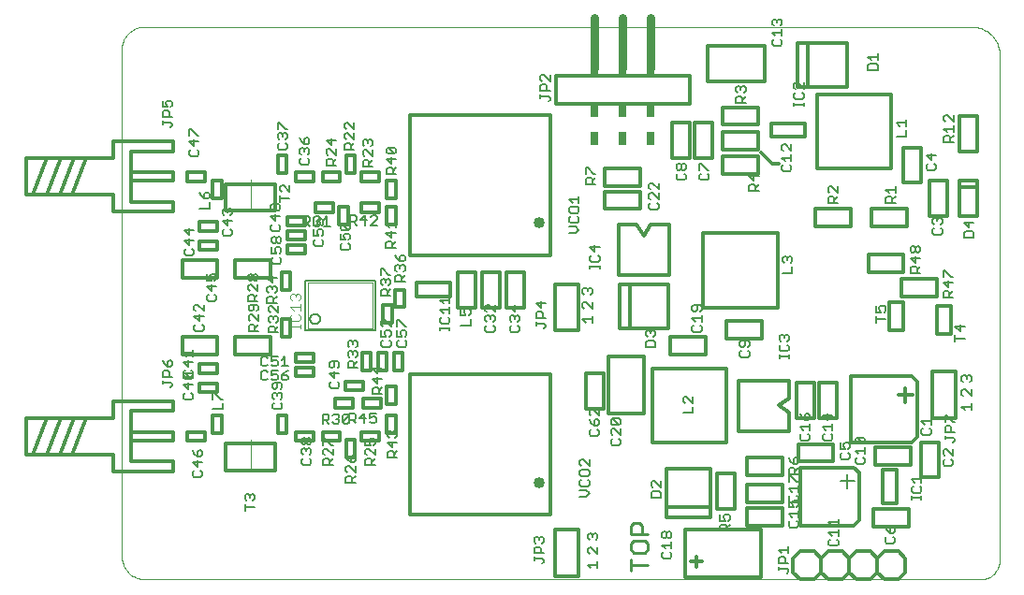
<source format=gto>
G75*
G70*
%OFA0B0*%
%FSLAX24Y24*%
%IPPOS*%
%LPD*%
%AMOC8*
5,1,8,0,0,1.08239X$1,22.5*
%
%ADD10C,0.0118*%
%ADD11C,0.0090*%
%ADD12C,0.0050*%
%ADD13C,0.0000*%
%ADD14C,0.0079*%
%ADD15R,0.0300X0.0500*%
%ADD16C,0.0300*%
%ADD17R,0.0300X0.0200*%
%ADD18C,0.0400*%
%ADD19C,0.0060*%
%ADD20C,0.0020*%
%ADD21C,0.0040*%
D10*
X003267Y004756D02*
X005417Y004756D01*
X005417Y005106D01*
X003917Y005106D01*
X003917Y005856D01*
X005417Y005856D01*
X005417Y006156D01*
X003917Y006156D01*
X003917Y006906D01*
X005417Y006906D01*
X005417Y007256D01*
X003267Y007256D01*
X003267Y006656D01*
X002317Y006656D01*
X001817Y005356D01*
X003267Y005356D01*
X003267Y004756D01*
X001817Y005356D02*
X001367Y005356D01*
X001867Y006656D01*
X001417Y006656D01*
X000917Y005356D01*
X001367Y005356D01*
X000917Y005356D02*
X000417Y005356D01*
X000917Y006656D01*
X001417Y006656D01*
X001867Y006656D02*
X002317Y006656D01*
X000917Y006656D02*
X000167Y006656D01*
X000167Y005356D01*
X000417Y005356D01*
X003917Y005856D02*
X003917Y006156D01*
X005914Y006164D02*
X005914Y005849D01*
X006544Y005849D01*
X006544Y006164D01*
X005914Y006164D01*
X006822Y006125D02*
X007137Y006125D01*
X007137Y006755D01*
X006822Y006755D01*
X006822Y006125D01*
X007281Y005750D02*
X007281Y004790D01*
X009052Y004790D01*
X009052Y005750D01*
X007281Y005750D01*
X009134Y006127D02*
X009449Y006127D01*
X009449Y006757D01*
X009134Y006757D01*
X009134Y006127D01*
X009789Y006164D02*
X009789Y005849D01*
X010419Y005849D01*
X010419Y006164D01*
X009789Y006164D01*
X010726Y006164D02*
X010726Y005849D01*
X011356Y005849D01*
X011356Y006164D01*
X010726Y006164D01*
X011572Y005883D02*
X011887Y005883D01*
X011887Y005253D01*
X011572Y005253D01*
X011572Y005883D01*
X012102Y005849D02*
X012102Y006164D01*
X012731Y006164D01*
X012731Y005849D01*
X012102Y005849D01*
X013009Y006127D02*
X013324Y006127D01*
X013324Y006757D01*
X013009Y006757D01*
X013009Y006127D01*
X012794Y007029D02*
X012164Y007029D01*
X012164Y007344D01*
X012794Y007344D01*
X012794Y007029D01*
X013009Y007166D02*
X013324Y007166D01*
X013324Y007796D01*
X013009Y007796D01*
X013009Y007166D01*
X012169Y007637D02*
X012169Y007951D01*
X011539Y007951D01*
X011539Y007637D01*
X012169Y007637D01*
X011794Y007344D02*
X011794Y007029D01*
X011164Y007029D01*
X011164Y007344D01*
X011794Y007344D01*
X010419Y008137D02*
X010419Y008451D01*
X009789Y008451D01*
X009789Y008137D01*
X010419Y008137D01*
X010419Y008637D02*
X009789Y008637D01*
X009789Y008951D01*
X010419Y008951D01*
X010419Y008637D01*
X009574Y009541D02*
X009259Y009541D01*
X009259Y010171D01*
X009574Y010171D01*
X009574Y009541D01*
X008859Y009546D02*
X008859Y008916D01*
X007599Y008916D01*
X007599Y009546D01*
X008859Y009546D01*
X006984Y009546D02*
X006984Y008916D01*
X005724Y008916D01*
X005724Y009546D01*
X006984Y009546D01*
X006981Y008576D02*
X006352Y008576D01*
X006352Y008261D01*
X006981Y008261D01*
X006981Y008576D01*
X006981Y007889D02*
X006352Y007889D01*
X006352Y007574D01*
X006981Y007574D01*
X006981Y007889D01*
X012134Y008354D02*
X012449Y008354D01*
X012449Y008984D01*
X012134Y008984D01*
X012134Y008354D01*
X012696Y008354D02*
X012696Y008984D01*
X013011Y008984D01*
X013011Y008354D01*
X012696Y008354D01*
X013259Y008354D02*
X013574Y008354D01*
X013574Y008984D01*
X013259Y008984D01*
X013259Y008354D01*
X013829Y008206D02*
X018829Y008206D01*
X018829Y003206D01*
X013829Y003206D01*
X013829Y008206D01*
X013199Y010041D02*
X012884Y010041D01*
X012884Y010671D01*
X013199Y010671D01*
X013199Y010041D01*
X013322Y010604D02*
X013637Y010604D01*
X013637Y011234D01*
X013322Y011234D01*
X013322Y010604D01*
X014067Y010991D02*
X014067Y011472D01*
X015267Y011472D01*
X015267Y010991D01*
X014067Y010991D01*
X015539Y010601D02*
X015539Y011861D01*
X016169Y011861D01*
X016169Y010601D01*
X015539Y010601D01*
X016414Y010601D02*
X016414Y011861D01*
X017044Y011861D01*
X017044Y010601D01*
X016414Y010601D01*
X017289Y010601D02*
X017289Y011861D01*
X017919Y011861D01*
X017919Y010601D01*
X017289Y010601D01*
X019003Y009779D02*
X019003Y011433D01*
X019830Y011433D01*
X019830Y009779D01*
X019003Y009779D01*
X020911Y008866D02*
X022171Y008866D01*
X022171Y006806D01*
X020911Y006806D01*
X020911Y007426D01*
X020911Y008276D01*
X020911Y008866D01*
X020731Y008237D02*
X020102Y008237D01*
X020102Y006977D01*
X020731Y006977D01*
X020731Y008237D01*
X022472Y008426D02*
X022472Y005788D01*
X025110Y005788D01*
X025110Y008426D01*
X022472Y008426D01*
X023099Y008916D02*
X023099Y009546D01*
X024359Y009546D01*
X024359Y008916D01*
X023099Y008916D01*
X023041Y009856D02*
X021291Y009856D01*
X021291Y011419D01*
X023041Y011419D01*
X023041Y009856D01*
X021667Y009856D02*
X021667Y011356D01*
X021281Y011739D02*
X023081Y011739D01*
X023081Y013539D01*
X022481Y013539D01*
X022416Y013544D02*
X022167Y013169D01*
X021916Y013544D01*
X021881Y013539D02*
X021281Y013539D01*
X021281Y011739D01*
X018829Y012457D02*
X018829Y017457D01*
X013829Y017457D01*
X013829Y012457D01*
X018829Y012457D01*
X020787Y014104D02*
X020787Y014734D01*
X022046Y014734D01*
X022046Y014104D01*
X020787Y014104D01*
X020787Y014916D02*
X020787Y015546D01*
X022046Y015546D01*
X022046Y014916D01*
X020787Y014916D01*
X023164Y015914D02*
X023794Y015914D01*
X023794Y017174D01*
X023164Y017174D01*
X023164Y015914D01*
X023976Y015914D02*
X024606Y015914D01*
X024606Y017174D01*
X023976Y017174D01*
X023976Y015914D01*
X024974Y015984D02*
X024974Y015354D01*
X026234Y015354D01*
X026234Y015984D01*
X024974Y015984D01*
X024974Y016229D02*
X024974Y016859D01*
X026234Y016859D01*
X026234Y016229D01*
X024974Y016229D01*
X024974Y017104D02*
X024974Y017734D01*
X026234Y017734D01*
X026234Y017104D01*
X024974Y017104D01*
X023791Y017857D02*
X023791Y018857D01*
X019042Y018857D01*
X019042Y017857D01*
X023791Y017857D01*
X024429Y018664D02*
X026489Y018664D01*
X026489Y019924D01*
X025899Y019924D01*
X025049Y019924D01*
X024429Y019924D01*
X024429Y018664D01*
X026691Y017159D02*
X027891Y017159D01*
X027891Y016679D01*
X026691Y016679D01*
X026691Y017159D01*
X026354Y016107D02*
X026729Y015731D01*
X026979Y015731D01*
X028348Y015537D02*
X030985Y015537D01*
X030985Y018175D01*
X028348Y018175D01*
X028348Y015537D01*
X028287Y014109D02*
X029546Y014109D01*
X029546Y013479D01*
X028287Y013479D01*
X028287Y014109D01*
X026923Y013238D02*
X024285Y013238D01*
X024285Y010600D01*
X026923Y010600D01*
X026923Y013238D01*
X030161Y012484D02*
X030161Y011854D01*
X031421Y011854D01*
X031421Y012484D01*
X030161Y012484D01*
X031349Y011609D02*
X031349Y010979D01*
X032609Y010979D01*
X032609Y011609D01*
X031349Y011609D01*
X031417Y010794D02*
X030917Y010794D01*
X030917Y009794D01*
X031417Y009794D01*
X031417Y010794D01*
X032604Y010669D02*
X032604Y009669D01*
X033104Y009669D01*
X033104Y010669D01*
X032604Y010669D01*
X032441Y008308D02*
X032441Y006655D01*
X033267Y006655D01*
X033267Y008308D01*
X032441Y008308D01*
X031910Y007966D02*
X031713Y008163D01*
X029548Y008163D01*
X029548Y005800D01*
X031713Y005800D01*
X031910Y005997D01*
X031910Y007966D01*
X031479Y007731D02*
X031479Y007231D01*
X031229Y007481D02*
X031729Y007481D01*
X029044Y007924D02*
X029044Y006664D01*
X028414Y006664D01*
X028414Y007924D01*
X029044Y007924D01*
X028231Y007924D02*
X027602Y007924D01*
X027602Y006664D01*
X028231Y006664D01*
X028231Y007924D01*
X027349Y007991D02*
X027349Y007391D01*
X027354Y007357D02*
X026979Y007106D01*
X027354Y006857D01*
X027349Y006791D02*
X027349Y006191D01*
X025549Y006191D01*
X025549Y007991D01*
X027349Y007991D01*
X026359Y009479D02*
X025099Y009479D01*
X025099Y010109D01*
X026359Y010109D01*
X026359Y009479D01*
X027661Y005734D02*
X028921Y005734D01*
X028921Y005104D01*
X027661Y005104D01*
X027661Y005734D01*
X027109Y005243D02*
X027109Y004613D01*
X025849Y004613D01*
X025849Y005243D01*
X027109Y005243D01*
X027748Y004900D02*
X027748Y002813D01*
X029638Y002813D01*
X029835Y003010D01*
X029835Y004703D01*
X029638Y004900D01*
X027748Y004900D01*
X027109Y004289D02*
X027109Y003659D01*
X025849Y003659D01*
X025849Y004289D01*
X027109Y004289D01*
X027109Y003454D02*
X025849Y003454D01*
X025849Y002824D01*
X027109Y002824D01*
X027109Y003454D01*
X026329Y002689D02*
X025689Y002689D01*
X024489Y002689D01*
X023629Y002689D01*
X023629Y000989D01*
X026329Y000989D01*
X026329Y002689D01*
X025419Y003414D02*
X024789Y003414D01*
X024789Y004674D01*
X025419Y004674D01*
X025419Y003414D01*
X024541Y003481D02*
X023041Y003481D01*
X022979Y003106D02*
X024541Y003106D01*
X024541Y004856D01*
X022979Y004856D01*
X022979Y003106D01*
X024041Y001731D02*
X024041Y001356D01*
X023854Y001544D02*
X024229Y001544D01*
X027479Y001667D02*
X027479Y001167D01*
X027729Y000917D01*
X028229Y000917D01*
X028479Y001167D01*
X028479Y001667D01*
X028229Y001917D01*
X027729Y001917D01*
X027479Y001667D01*
X028479Y001667D02*
X028729Y001917D01*
X029229Y001917D01*
X029479Y001667D01*
X029729Y001917D01*
X030229Y001917D01*
X030479Y001667D01*
X030729Y001917D01*
X031229Y001917D01*
X031479Y001667D01*
X031479Y001167D01*
X031229Y000917D01*
X030729Y000917D01*
X030479Y001167D01*
X030229Y000917D01*
X029729Y000917D01*
X029479Y001167D01*
X029479Y001667D01*
X029479Y001167D02*
X029229Y000917D01*
X028729Y000917D01*
X028479Y001167D01*
X030479Y001167D02*
X030479Y001667D01*
X030349Y002791D02*
X030349Y003421D01*
X031609Y003421D01*
X031609Y002791D01*
X030349Y002791D01*
X030676Y003631D02*
X031157Y003631D01*
X031157Y004831D01*
X030676Y004831D01*
X030676Y003631D01*
X032039Y004539D02*
X032669Y004539D01*
X032669Y005799D01*
X032039Y005799D01*
X032039Y004539D01*
X031671Y004979D02*
X030411Y004979D01*
X030411Y005609D01*
X031671Y005609D01*
X031671Y004979D01*
X019830Y002683D02*
X019830Y001029D01*
X019003Y001029D01*
X019003Y002683D01*
X019830Y002683D01*
X009574Y011229D02*
X009259Y011229D01*
X009259Y011859D01*
X009574Y011859D01*
X009574Y011229D01*
X008859Y011666D02*
X007599Y011666D01*
X007599Y012296D01*
X008859Y012296D01*
X008859Y011666D01*
X009476Y012511D02*
X009476Y012826D01*
X010106Y012826D01*
X010106Y012511D01*
X009476Y012511D01*
X009476Y013011D02*
X009476Y013326D01*
X010106Y013326D01*
X010106Y013011D01*
X009476Y013011D01*
X009476Y013511D02*
X009476Y013826D01*
X010106Y013826D01*
X010106Y013511D01*
X009476Y013511D01*
X010476Y013993D02*
X010476Y014308D01*
X011106Y014308D01*
X011106Y013993D01*
X010476Y013993D01*
X011322Y014171D02*
X011322Y013541D01*
X011637Y013541D01*
X011637Y014171D01*
X011322Y014171D01*
X012102Y014308D02*
X012102Y013993D01*
X012731Y013993D01*
X012731Y014308D01*
X012102Y014308D01*
X012102Y015099D02*
X012102Y015414D01*
X012731Y015414D01*
X012731Y015099D01*
X012102Y015099D01*
X011887Y015379D02*
X011572Y015379D01*
X011572Y016009D01*
X011887Y016009D01*
X011887Y015379D01*
X011356Y015414D02*
X011356Y015099D01*
X010726Y015099D01*
X010726Y015414D01*
X011356Y015414D01*
X010419Y015414D02*
X010419Y015099D01*
X009789Y015099D01*
X009789Y015414D01*
X010419Y015414D01*
X009449Y015379D02*
X009134Y015379D01*
X009134Y016009D01*
X009449Y016009D01*
X009449Y015379D01*
X009052Y015000D02*
X009052Y014040D01*
X007281Y014040D01*
X007281Y015000D01*
X009052Y015000D01*
X007137Y015132D02*
X007137Y014502D01*
X006822Y014502D01*
X006822Y015132D01*
X007137Y015132D01*
X006544Y015099D02*
X006544Y015414D01*
X005914Y015414D01*
X005914Y015099D01*
X006544Y015099D01*
X005417Y015106D02*
X005417Y015406D01*
X003917Y015406D01*
X003917Y016156D01*
X005417Y016156D01*
X005417Y016506D01*
X003267Y016506D01*
X003267Y015906D01*
X002317Y015906D01*
X001817Y014606D01*
X003267Y014606D01*
X003267Y014006D01*
X005417Y014006D01*
X005417Y014356D01*
X003917Y014356D01*
X003917Y015106D01*
X005417Y015106D01*
X003917Y015106D02*
X003917Y015406D01*
X002317Y015906D02*
X001867Y015906D01*
X001367Y014606D01*
X001817Y014606D01*
X001367Y014606D02*
X000917Y014606D01*
X001417Y015906D01*
X000917Y015906D01*
X000417Y014606D01*
X000917Y014606D01*
X000417Y014606D02*
X000167Y014606D01*
X000167Y015906D01*
X000917Y015906D01*
X001417Y015906D02*
X001867Y015906D01*
X006352Y013639D02*
X006352Y013324D01*
X006981Y013324D01*
X006981Y013639D01*
X006352Y013639D01*
X006352Y012951D02*
X006352Y012637D01*
X006981Y012637D01*
X006981Y012951D01*
X006352Y012951D01*
X005724Y012296D02*
X006984Y012296D01*
X006984Y011666D01*
X005724Y011666D01*
X005724Y012296D01*
X013009Y013541D02*
X013324Y013541D01*
X013324Y014171D01*
X013009Y014171D01*
X013009Y013541D01*
X013009Y014502D02*
X013324Y014502D01*
X013324Y015132D01*
X013009Y015132D01*
X013009Y014502D01*
X027646Y018465D02*
X029396Y018465D01*
X029396Y020028D01*
X027646Y020028D01*
X027646Y018465D01*
X028022Y018465D02*
X028022Y019965D01*
X033414Y017424D02*
X034044Y017424D01*
X034044Y016164D01*
X033414Y016164D01*
X033414Y017424D01*
X032044Y016299D02*
X031414Y016299D01*
X031414Y015039D01*
X032044Y015039D01*
X032044Y016299D01*
X032352Y015111D02*
X032981Y015111D01*
X032981Y013851D01*
X032352Y013851D01*
X032352Y015111D01*
X033404Y015121D02*
X034054Y015121D01*
X034054Y013842D01*
X033404Y013842D01*
X033404Y015121D01*
X033404Y014901D02*
X034054Y014901D01*
X031546Y014109D02*
X031546Y013479D01*
X030287Y013479D01*
X030287Y014109D01*
X031546Y014109D01*
D11*
X021999Y002932D02*
X022103Y002828D01*
X022103Y002519D01*
X022309Y002519D02*
X021690Y002519D01*
X021690Y002828D01*
X021793Y002932D01*
X021999Y002932D01*
X021793Y002279D02*
X021690Y002176D01*
X021690Y001970D01*
X021793Y001866D01*
X022206Y001866D01*
X022309Y001970D01*
X022309Y002176D01*
X022206Y002279D01*
X021793Y002279D01*
X021690Y001627D02*
X021690Y001214D01*
X021690Y001420D02*
X022309Y001420D01*
D12*
X022810Y001709D02*
X022810Y001824D01*
X022867Y001881D01*
X022925Y002014D02*
X022810Y002129D01*
X023154Y002129D01*
X023154Y002243D02*
X023154Y002014D01*
X023097Y001881D02*
X023154Y001824D01*
X023154Y001709D01*
X023097Y001652D01*
X022867Y001652D01*
X022810Y001709D01*
X022867Y002377D02*
X022925Y002377D01*
X022982Y002434D01*
X022982Y002549D01*
X023039Y002606D01*
X023097Y002606D01*
X023154Y002549D01*
X023154Y002434D01*
X023097Y002377D01*
X023039Y002377D01*
X022982Y002434D01*
X022982Y002549D02*
X022925Y002606D01*
X022867Y002606D01*
X022810Y002549D01*
X022810Y002434D01*
X022867Y002377D01*
X024888Y002637D02*
X024888Y002809D01*
X024945Y002866D01*
X025060Y002866D01*
X025117Y002809D01*
X025117Y002637D01*
X025232Y002637D02*
X024888Y002637D01*
X025117Y002752D02*
X025232Y002866D01*
X025174Y003000D02*
X025232Y003057D01*
X025232Y003172D01*
X025174Y003229D01*
X025060Y003229D01*
X025002Y003172D01*
X025002Y003114D01*
X025060Y003000D01*
X024888Y003000D01*
X024888Y003229D01*
X022767Y003818D02*
X022767Y003990D01*
X022709Y004048D01*
X022480Y004048D01*
X022423Y003990D01*
X022423Y003818D01*
X022767Y003818D01*
X022767Y004181D02*
X022537Y004410D01*
X022480Y004410D01*
X022423Y004353D01*
X022423Y004238D01*
X022480Y004181D01*
X022767Y004181D02*
X022767Y004410D01*
X021335Y005744D02*
X021278Y005686D01*
X021049Y005686D01*
X020991Y005744D01*
X020991Y005858D01*
X021049Y005916D01*
X021049Y006049D02*
X020991Y006106D01*
X020991Y006221D01*
X021049Y006278D01*
X021106Y006278D01*
X021335Y006049D01*
X021335Y006278D01*
X021278Y006411D02*
X021049Y006641D01*
X021278Y006641D01*
X021335Y006583D01*
X021335Y006469D01*
X021278Y006411D01*
X021049Y006411D01*
X020991Y006469D01*
X020991Y006583D01*
X021049Y006641D01*
X020570Y006553D02*
X020513Y006610D01*
X020456Y006610D01*
X020398Y006553D01*
X020398Y006381D01*
X020513Y006381D01*
X020570Y006438D01*
X020570Y006553D01*
X020570Y006744D02*
X020341Y006973D01*
X020284Y006973D01*
X020226Y006916D01*
X020226Y006801D01*
X020284Y006744D01*
X020226Y006610D02*
X020284Y006496D01*
X020398Y006381D01*
X020284Y006248D02*
X020226Y006191D01*
X020226Y006076D01*
X020284Y006019D01*
X020513Y006019D01*
X020570Y006076D01*
X020570Y006191D01*
X020513Y006248D01*
X020570Y006744D02*
X020570Y006973D01*
X021278Y005916D02*
X021335Y005858D01*
X021335Y005744D01*
X020229Y005185D02*
X020229Y004956D01*
X020000Y005185D01*
X019942Y005185D01*
X019885Y005128D01*
X019885Y005013D01*
X019942Y004956D01*
X019942Y004823D02*
X019885Y004766D01*
X019885Y004651D01*
X019942Y004594D01*
X020172Y004594D01*
X020229Y004651D01*
X020229Y004766D01*
X020172Y004823D01*
X019942Y004823D01*
X019942Y004460D02*
X019885Y004403D01*
X019885Y004288D01*
X019942Y004231D01*
X020172Y004231D01*
X020229Y004288D01*
X020229Y004403D01*
X020172Y004460D01*
X020114Y004098D02*
X019885Y004098D01*
X020114Y004098D02*
X020229Y003983D01*
X020114Y003869D01*
X019885Y003869D01*
X020230Y002548D02*
X020287Y002548D01*
X020344Y002491D01*
X020402Y002548D01*
X020459Y002548D01*
X020516Y002491D01*
X020516Y002376D01*
X020459Y002319D01*
X020344Y002434D02*
X020344Y002491D01*
X020230Y002548D02*
X020172Y002491D01*
X020172Y002376D01*
X020230Y002319D01*
X020230Y002048D02*
X020172Y001991D01*
X020172Y001876D01*
X020230Y001819D01*
X020230Y002048D02*
X020287Y002048D01*
X020516Y001819D01*
X020516Y002048D01*
X020516Y001548D02*
X020516Y001319D01*
X020516Y001434D02*
X020172Y001434D01*
X020287Y001319D01*
X018609Y001534D02*
X018609Y001591D01*
X018552Y001648D01*
X018265Y001648D01*
X018265Y001591D02*
X018265Y001706D01*
X018265Y001839D02*
X018265Y002011D01*
X018322Y002068D01*
X018437Y002068D01*
X018494Y002011D01*
X018494Y001839D01*
X018609Y001839D02*
X018265Y001839D01*
X018322Y002201D02*
X018265Y002259D01*
X018265Y002373D01*
X018322Y002431D01*
X018380Y002431D01*
X018437Y002373D01*
X018494Y002431D01*
X018552Y002431D01*
X018609Y002373D01*
X018609Y002259D01*
X018552Y002201D01*
X018437Y002316D02*
X018437Y002373D01*
X018609Y001534D02*
X018552Y001476D01*
X013379Y005243D02*
X013035Y005243D01*
X013035Y005415D01*
X013092Y005472D01*
X013207Y005472D01*
X013264Y005415D01*
X013264Y005243D01*
X013264Y005358D02*
X013379Y005472D01*
X013207Y005606D02*
X013207Y005835D01*
X013321Y005968D02*
X013379Y006025D01*
X013379Y006140D01*
X013321Y006197D01*
X013264Y006197D01*
X013207Y006140D01*
X013207Y006083D01*
X013207Y006140D02*
X013149Y006197D01*
X013092Y006197D01*
X013035Y006140D01*
X013035Y006025D01*
X013092Y005968D01*
X013035Y005777D02*
X013207Y005606D01*
X013379Y005777D02*
X013035Y005777D01*
X012595Y005757D02*
X012537Y005699D01*
X012595Y005757D02*
X012595Y005871D01*
X012537Y005929D01*
X012423Y005929D01*
X012365Y005871D01*
X012365Y005814D01*
X012423Y005699D01*
X012251Y005699D01*
X012251Y005929D01*
X012308Y005566D02*
X012251Y005509D01*
X012251Y005394D01*
X012308Y005337D01*
X012308Y005204D02*
X012423Y005204D01*
X012480Y005146D01*
X012480Y004975D01*
X012480Y005089D02*
X012595Y005204D01*
X012595Y005337D02*
X012365Y005566D01*
X012308Y005566D01*
X012595Y005566D02*
X012595Y005337D01*
X012308Y005204D02*
X012251Y005146D01*
X012251Y004975D01*
X012595Y004975D01*
X011895Y004947D02*
X011895Y004718D01*
X011665Y004947D01*
X011608Y004947D01*
X011551Y004890D01*
X011551Y004775D01*
X011608Y004718D01*
X011608Y004585D02*
X011723Y004585D01*
X011780Y004527D01*
X011780Y004355D01*
X011895Y004355D02*
X011551Y004355D01*
X011551Y004527D01*
X011608Y004585D01*
X011780Y004470D02*
X011895Y004585D01*
X011837Y005080D02*
X011895Y005138D01*
X011895Y005252D01*
X011837Y005309D01*
X011780Y005309D01*
X011723Y005252D01*
X011723Y005080D01*
X011837Y005080D01*
X011723Y005080D02*
X011608Y005195D01*
X011551Y005309D01*
X011094Y005337D02*
X010865Y005566D01*
X010808Y005566D01*
X010750Y005509D01*
X010750Y005394D01*
X010808Y005337D01*
X010808Y005204D02*
X010922Y005204D01*
X010980Y005146D01*
X010980Y004975D01*
X010980Y005089D02*
X011094Y005204D01*
X011094Y005337D02*
X011094Y005566D01*
X011094Y005699D02*
X011037Y005699D01*
X010808Y005929D01*
X010750Y005929D01*
X010750Y005699D01*
X010316Y005777D02*
X010259Y005720D01*
X010201Y005720D01*
X010144Y005777D01*
X010144Y005892D01*
X010201Y005949D01*
X010259Y005949D01*
X010316Y005892D01*
X010316Y005777D01*
X010144Y005777D02*
X010087Y005720D01*
X010029Y005720D01*
X009972Y005777D01*
X009972Y005892D01*
X010029Y005949D01*
X010087Y005949D01*
X010144Y005892D01*
X010087Y005586D02*
X010144Y005529D01*
X010201Y005586D01*
X010259Y005586D01*
X010316Y005529D01*
X010316Y005414D01*
X010259Y005357D01*
X010259Y005224D02*
X010316Y005167D01*
X010316Y005052D01*
X010259Y004995D01*
X010029Y004995D01*
X009972Y005052D01*
X009972Y005167D01*
X010029Y005224D01*
X010029Y005357D02*
X009972Y005414D01*
X009972Y005529D01*
X010029Y005586D01*
X010087Y005586D01*
X010144Y005529D02*
X010144Y005472D01*
X010750Y005146D02*
X010808Y005204D01*
X010750Y005146D02*
X010750Y004975D01*
X011094Y004975D01*
X011143Y006458D02*
X011086Y006515D01*
X011143Y006458D02*
X011258Y006458D01*
X011315Y006515D01*
X011315Y006573D01*
X011258Y006630D01*
X011200Y006630D01*
X011258Y006630D02*
X011315Y006687D01*
X011315Y006745D01*
X011258Y006802D01*
X011143Y006802D01*
X011086Y006745D01*
X010953Y006745D02*
X010953Y006630D01*
X010895Y006573D01*
X010723Y006573D01*
X010838Y006573D02*
X010953Y006458D01*
X010723Y006458D02*
X010723Y006802D01*
X010895Y006802D01*
X010953Y006745D01*
X011448Y006745D02*
X011448Y006515D01*
X011678Y006745D01*
X011678Y006515D01*
X011620Y006458D01*
X011506Y006458D01*
X011448Y006515D01*
X011448Y006745D02*
X011506Y006802D01*
X011620Y006802D01*
X011678Y006745D01*
X011686Y006819D02*
X011686Y006475D01*
X011686Y006590D02*
X011858Y006590D01*
X011915Y006647D01*
X011915Y006762D01*
X011858Y006819D01*
X011686Y006819D01*
X011801Y006590D02*
X011915Y006475D01*
X012048Y006647D02*
X012278Y006647D01*
X012411Y006647D02*
X012526Y006704D01*
X012583Y006704D01*
X012640Y006647D01*
X012640Y006532D01*
X012583Y006475D01*
X012468Y006475D01*
X012411Y006532D01*
X012411Y006647D02*
X012411Y006819D01*
X012640Y006819D01*
X012220Y006819D02*
X012220Y006475D01*
X012048Y006647D02*
X012220Y006819D01*
X012501Y007512D02*
X012501Y007684D01*
X012558Y007741D01*
X012673Y007741D01*
X012730Y007684D01*
X012730Y007512D01*
X012730Y007627D02*
X012845Y007741D01*
X012673Y007874D02*
X012673Y008104D01*
X012673Y008237D02*
X012673Y008466D01*
X012845Y008409D02*
X012501Y008409D01*
X012673Y008237D01*
X012845Y008046D02*
X012501Y008046D01*
X012673Y007874D01*
X012845Y007512D02*
X012501Y007512D01*
X011316Y007777D02*
X011316Y007892D01*
X011259Y007949D01*
X011144Y008082D02*
X011144Y008312D01*
X011087Y008445D02*
X011144Y008502D01*
X011144Y008674D01*
X011259Y008674D02*
X011029Y008674D01*
X010972Y008617D01*
X010972Y008502D01*
X011029Y008445D01*
X011087Y008445D01*
X011259Y008445D02*
X011316Y008502D01*
X011316Y008617D01*
X011259Y008674D01*
X011626Y008622D02*
X011626Y008450D01*
X011969Y008450D01*
X011855Y008450D02*
X011855Y008622D01*
X011798Y008679D01*
X011683Y008679D01*
X011626Y008622D01*
X011683Y008812D02*
X011626Y008870D01*
X011626Y008984D01*
X011683Y009041D01*
X011740Y009041D01*
X011798Y008984D01*
X011855Y009041D01*
X011912Y009041D01*
X011969Y008984D01*
X011969Y008870D01*
X011912Y008812D01*
X011969Y008679D02*
X011855Y008564D01*
X011798Y008927D02*
X011798Y008984D01*
X011912Y009175D02*
X011969Y009232D01*
X011969Y009347D01*
X011912Y009404D01*
X011855Y009404D01*
X011798Y009347D01*
X011798Y009289D01*
X011798Y009347D02*
X011740Y009404D01*
X011683Y009404D01*
X011626Y009347D01*
X011626Y009232D01*
X011683Y009175D01*
X012813Y009257D02*
X012870Y009199D01*
X013100Y009199D01*
X013157Y009257D01*
X013157Y009371D01*
X013100Y009429D01*
X013100Y009562D02*
X013157Y009619D01*
X013157Y009734D01*
X013100Y009791D01*
X012985Y009791D01*
X012928Y009734D01*
X012928Y009676D01*
X012985Y009562D01*
X012813Y009562D01*
X012813Y009791D01*
X012870Y009924D02*
X012813Y009982D01*
X012813Y010096D01*
X012870Y010154D01*
X012928Y010154D01*
X013157Y009924D01*
X013157Y010154D01*
X013376Y010154D02*
X013376Y009924D01*
X013376Y009791D02*
X013376Y009562D01*
X013548Y009562D01*
X013490Y009676D01*
X013490Y009734D01*
X013548Y009791D01*
X013662Y009791D01*
X013719Y009734D01*
X013719Y009619D01*
X013662Y009562D01*
X013662Y009429D02*
X013719Y009371D01*
X013719Y009257D01*
X013662Y009199D01*
X013433Y009199D01*
X013376Y009257D01*
X013376Y009371D01*
X013433Y009429D01*
X012870Y009429D02*
X012813Y009371D01*
X012813Y009257D01*
X013662Y009924D02*
X013719Y009924D01*
X013662Y009924D02*
X013433Y010154D01*
X013376Y010154D01*
X013145Y011018D02*
X012801Y011018D01*
X012801Y011190D01*
X012858Y011248D01*
X012973Y011248D01*
X013030Y011190D01*
X013030Y011018D01*
X013030Y011133D02*
X013145Y011248D01*
X013087Y011381D02*
X013145Y011438D01*
X013145Y011553D01*
X013087Y011610D01*
X013030Y011610D01*
X012973Y011553D01*
X012973Y011495D01*
X012973Y011553D02*
X012915Y011610D01*
X012858Y011610D01*
X012801Y011553D01*
X012801Y011438D01*
X012858Y011381D01*
X012801Y011743D02*
X012801Y011972D01*
X012858Y011972D01*
X013087Y011743D01*
X013145Y011743D01*
X013313Y011684D02*
X013313Y011512D01*
X013657Y011512D01*
X013543Y011512D02*
X013543Y011684D01*
X013485Y011741D01*
X013371Y011741D01*
X013313Y011684D01*
X013371Y011874D02*
X013313Y011932D01*
X013313Y012046D01*
X013371Y012104D01*
X013428Y012104D01*
X013485Y012046D01*
X013543Y012104D01*
X013600Y012104D01*
X013657Y012046D01*
X013657Y011932D01*
X013600Y011874D01*
X013657Y011741D02*
X013543Y011627D01*
X013485Y011989D02*
X013485Y012046D01*
X013485Y012237D02*
X013485Y012409D01*
X013543Y012466D01*
X013600Y012466D01*
X013657Y012409D01*
X013657Y012294D01*
X013600Y012237D01*
X013485Y012237D01*
X013371Y012352D01*
X013313Y012466D01*
X013332Y012714D02*
X012988Y012714D01*
X012988Y012886D01*
X013045Y012944D01*
X013160Y012944D01*
X013217Y012886D01*
X013217Y012714D01*
X013217Y012829D02*
X013332Y012944D01*
X013160Y013077D02*
X013160Y013306D01*
X013103Y013439D02*
X012988Y013554D01*
X013332Y013554D01*
X013332Y013439D02*
X013332Y013669D01*
X013332Y013249D02*
X012988Y013249D01*
X013160Y013077D01*
X012671Y013535D02*
X012442Y013535D01*
X012671Y013764D01*
X012671Y013822D01*
X012614Y013879D01*
X012499Y013879D01*
X012442Y013822D01*
X012309Y013707D02*
X012079Y013707D01*
X012251Y013879D01*
X012251Y013535D01*
X011946Y013535D02*
X011832Y013650D01*
X011889Y013650D02*
X011717Y013650D01*
X011650Y013598D02*
X011707Y013540D01*
X011707Y013426D01*
X011650Y013368D01*
X011421Y013598D01*
X011650Y013598D01*
X011717Y013535D02*
X011717Y013879D01*
X011889Y013879D01*
X011946Y013822D01*
X011946Y013707D01*
X011889Y013650D01*
X011650Y013368D02*
X011421Y013368D01*
X011363Y013426D01*
X011363Y013540D01*
X011421Y013598D01*
X010995Y013501D02*
X010766Y013501D01*
X010753Y013564D02*
X010696Y013507D01*
X010753Y013564D02*
X010753Y013679D01*
X010696Y013736D01*
X010581Y013736D01*
X010524Y013679D01*
X010524Y013622D01*
X010581Y013507D01*
X010409Y013507D01*
X010409Y013736D01*
X010404Y013788D02*
X010461Y013845D01*
X010575Y013845D01*
X010633Y013788D01*
X010633Y013731D01*
X010575Y013673D01*
X010633Y013616D01*
X010633Y013559D01*
X010575Y013501D01*
X010461Y013501D01*
X010404Y013559D01*
X010270Y013501D02*
X010156Y013616D01*
X010213Y013616D02*
X010041Y013616D01*
X010041Y013501D02*
X010041Y013845D01*
X010213Y013845D01*
X010270Y013788D01*
X010270Y013673D01*
X010213Y013616D01*
X010518Y013673D02*
X010575Y013673D01*
X010766Y013731D02*
X010881Y013845D01*
X010881Y013501D01*
X010753Y013316D02*
X010753Y013202D01*
X010696Y013144D01*
X010581Y013144D02*
X010524Y013259D01*
X010524Y013316D01*
X010581Y013374D01*
X010696Y013374D01*
X010753Y013316D01*
X010581Y013144D02*
X010409Y013144D01*
X010409Y013374D01*
X010467Y013011D02*
X010409Y012954D01*
X010409Y012839D01*
X010467Y012782D01*
X010696Y012782D01*
X010753Y012839D01*
X010753Y012954D01*
X010696Y013011D01*
X011363Y013006D02*
X011535Y013006D01*
X011478Y013121D01*
X011478Y013178D01*
X011535Y013235D01*
X011650Y013235D01*
X011707Y013178D01*
X011707Y013063D01*
X011650Y013006D01*
X011650Y012873D02*
X011707Y012815D01*
X011707Y012701D01*
X011650Y012643D01*
X011421Y012643D01*
X011363Y012701D01*
X011363Y012815D01*
X011421Y012873D01*
X011363Y013006D02*
X011363Y013235D01*
X009555Y014470D02*
X009211Y014470D01*
X009211Y014355D02*
X009211Y014585D01*
X009269Y014718D02*
X009211Y014775D01*
X009211Y014890D01*
X009269Y014947D01*
X009326Y014947D01*
X009555Y014718D01*
X009555Y014947D01*
X009162Y014279D02*
X009219Y014221D01*
X009219Y014107D01*
X009162Y014049D01*
X009104Y014049D01*
X009047Y014107D01*
X009047Y014221D01*
X009104Y014279D01*
X009162Y014279D01*
X009047Y014221D02*
X008990Y014279D01*
X008932Y014279D01*
X008875Y014221D01*
X008875Y014107D01*
X008932Y014049D01*
X008990Y014049D01*
X009047Y014107D01*
X009047Y013916D02*
X009047Y013687D01*
X008875Y013859D01*
X009219Y013859D01*
X009162Y013554D02*
X009219Y013496D01*
X009219Y013382D01*
X009162Y013325D01*
X008932Y013325D01*
X008875Y013382D01*
X008875Y013496D01*
X008932Y013554D01*
X008967Y013111D02*
X009024Y013111D01*
X009081Y013054D01*
X009081Y012939D01*
X009024Y012882D01*
X008967Y012882D01*
X008909Y012939D01*
X008909Y013054D01*
X008967Y013111D01*
X009081Y013054D02*
X009139Y013111D01*
X009196Y013111D01*
X009253Y013054D01*
X009253Y012939D01*
X009196Y012882D01*
X009139Y012882D01*
X009081Y012939D01*
X009081Y012749D02*
X009196Y012749D01*
X009253Y012692D01*
X009253Y012577D01*
X009196Y012520D01*
X009081Y012520D02*
X009024Y012634D01*
X009024Y012692D01*
X009081Y012749D01*
X008909Y012749D02*
X008909Y012520D01*
X009081Y012520D01*
X008967Y012386D02*
X008909Y012329D01*
X008909Y012215D01*
X008967Y012157D01*
X009196Y012157D01*
X009253Y012215D01*
X009253Y012329D01*
X009196Y012386D01*
X008923Y011717D02*
X008923Y011487D01*
X008751Y011659D01*
X009095Y011659D01*
X009037Y011354D02*
X009095Y011297D01*
X009095Y011182D01*
X009037Y011125D01*
X009095Y010992D02*
X008980Y010877D01*
X008980Y010934D02*
X008980Y010762D01*
X009095Y010762D02*
X008751Y010762D01*
X008751Y010934D01*
X008808Y010992D01*
X008923Y010992D01*
X008980Y010934D01*
X008808Y011125D02*
X008751Y011182D01*
X008751Y011297D01*
X008808Y011354D01*
X008865Y011354D01*
X008923Y011297D01*
X008980Y011354D01*
X009037Y011354D01*
X008923Y011297D02*
X008923Y011239D01*
X008419Y011187D02*
X008419Y011416D01*
X008361Y011549D02*
X008419Y011607D01*
X008419Y011721D01*
X008361Y011779D01*
X008304Y011779D01*
X008247Y011721D01*
X008247Y011607D01*
X008189Y011549D01*
X008132Y011549D01*
X008075Y011607D01*
X008075Y011721D01*
X008132Y011779D01*
X008189Y011779D01*
X008247Y011721D01*
X008247Y011607D02*
X008304Y011549D01*
X008361Y011549D01*
X008189Y011416D02*
X008132Y011416D01*
X008075Y011359D01*
X008075Y011244D01*
X008132Y011187D01*
X008132Y011054D02*
X008247Y011054D01*
X008304Y010996D01*
X008304Y010825D01*
X008304Y010939D02*
X008419Y011054D01*
X008419Y011187D02*
X008189Y011416D01*
X008132Y011054D02*
X008075Y010996D01*
X008075Y010825D01*
X008419Y010825D01*
X008378Y010702D02*
X008149Y010702D01*
X008091Y010645D01*
X008091Y010530D01*
X008149Y010473D01*
X008206Y010473D01*
X008263Y010530D01*
X008263Y010702D01*
X008378Y010702D02*
X008435Y010645D01*
X008435Y010530D01*
X008378Y010473D01*
X008435Y010340D02*
X008435Y010111D01*
X008206Y010340D01*
X008149Y010340D01*
X008091Y010283D01*
X008091Y010168D01*
X008149Y010111D01*
X008149Y009977D02*
X008263Y009977D01*
X008321Y009920D01*
X008321Y009748D01*
X008435Y009748D02*
X008091Y009748D01*
X008091Y009920D01*
X008149Y009977D01*
X008321Y009863D02*
X008435Y009977D01*
X008801Y009878D02*
X008801Y009706D01*
X009145Y009706D01*
X009030Y009706D02*
X009030Y009878D01*
X008973Y009935D01*
X008858Y009935D01*
X008801Y009878D01*
X008858Y010068D02*
X008801Y010125D01*
X008801Y010240D01*
X008858Y010297D01*
X008915Y010297D01*
X008973Y010240D01*
X009030Y010297D01*
X009087Y010297D01*
X009145Y010240D01*
X009145Y010125D01*
X009087Y010068D01*
X009145Y009935D02*
X009030Y009820D01*
X008973Y010183D02*
X008973Y010240D01*
X008858Y010431D02*
X008801Y010488D01*
X008801Y010603D01*
X008858Y010660D01*
X008915Y010660D01*
X009145Y010431D01*
X009145Y010660D01*
X006945Y010888D02*
X006945Y011003D01*
X006888Y011060D01*
X006773Y011193D02*
X006601Y011365D01*
X006945Y011365D01*
X006773Y011423D02*
X006773Y011193D01*
X006658Y011060D02*
X006601Y011003D01*
X006601Y010888D01*
X006658Y010831D01*
X006888Y010831D01*
X006945Y010888D01*
X006498Y010702D02*
X006498Y010473D01*
X006269Y010702D01*
X006211Y010702D01*
X006154Y010645D01*
X006154Y010530D01*
X006211Y010473D01*
X006326Y010340D02*
X006326Y010111D01*
X006154Y010283D01*
X006498Y010283D01*
X006441Y009977D02*
X006498Y009920D01*
X006498Y009805D01*
X006441Y009748D01*
X006211Y009748D01*
X006154Y009805D01*
X006154Y009920D01*
X006211Y009977D01*
X006111Y009086D02*
X006111Y008857D01*
X006111Y008971D02*
X005767Y008971D01*
X005882Y008857D01*
X005939Y008723D02*
X005939Y008494D01*
X005767Y008666D01*
X006111Y008666D01*
X006054Y008361D02*
X006111Y008304D01*
X006111Y008189D01*
X006054Y008132D01*
X005824Y008132D01*
X005767Y008189D01*
X005767Y008304D01*
X005824Y008361D01*
X005824Y008265D02*
X006054Y008036D01*
X006111Y008093D01*
X006111Y008208D01*
X006054Y008265D01*
X005824Y008265D01*
X005767Y008208D01*
X005767Y008093D01*
X005824Y008036D01*
X006054Y008036D01*
X005939Y007903D02*
X005939Y007673D01*
X005767Y007845D01*
X006111Y007845D01*
X006054Y007540D02*
X006111Y007483D01*
X006111Y007368D01*
X006054Y007311D01*
X005824Y007311D01*
X005767Y007368D01*
X005767Y007483D01*
X005824Y007540D01*
X005373Y007821D02*
X005373Y007878D01*
X005315Y007935D01*
X005029Y007935D01*
X005029Y007878D02*
X005029Y007993D01*
X005029Y008126D02*
X005029Y008298D01*
X005086Y008355D01*
X005201Y008355D01*
X005258Y008298D01*
X005258Y008126D01*
X005373Y008126D02*
X005029Y008126D01*
X005201Y008488D02*
X005201Y008660D01*
X005258Y008718D01*
X005315Y008718D01*
X005373Y008660D01*
X005373Y008546D01*
X005315Y008488D01*
X005201Y008488D01*
X005086Y008603D01*
X005029Y008718D01*
X005373Y007821D02*
X005315Y007764D01*
X006813Y007562D02*
X006813Y007333D01*
X006813Y007562D02*
X006871Y007562D01*
X007100Y007333D01*
X007157Y007333D01*
X007157Y007200D02*
X007157Y006971D01*
X006813Y006971D01*
X008536Y008061D02*
X008593Y008003D01*
X008708Y008003D01*
X008765Y008061D01*
X008898Y008061D02*
X008956Y008003D01*
X009070Y008003D01*
X009128Y008061D01*
X009128Y008175D01*
X009070Y008233D01*
X009013Y008233D01*
X008898Y008175D01*
X008898Y008347D01*
X009128Y008347D01*
X009070Y008503D02*
X009128Y008561D01*
X009128Y008675D01*
X009070Y008733D01*
X009013Y008733D01*
X008898Y008675D01*
X008898Y008847D01*
X009128Y008847D01*
X009261Y008733D02*
X009376Y008847D01*
X009376Y008503D01*
X009490Y008503D02*
X009261Y008503D01*
X009070Y008503D02*
X008956Y008503D01*
X008898Y008561D01*
X008765Y008561D02*
X008708Y008503D01*
X008593Y008503D01*
X008536Y008561D01*
X008536Y008790D01*
X008593Y008847D01*
X008708Y008847D01*
X008765Y008790D01*
X008708Y008347D02*
X008593Y008347D01*
X008536Y008290D01*
X008536Y008061D01*
X008765Y008290D02*
X008708Y008347D01*
X008995Y007927D02*
X008938Y007869D01*
X008938Y007755D01*
X008995Y007698D01*
X009052Y007698D01*
X009110Y007755D01*
X009110Y007927D01*
X009224Y007927D02*
X008995Y007927D01*
X009224Y007927D02*
X009282Y007869D01*
X009282Y007755D01*
X009224Y007698D01*
X009224Y007564D02*
X009282Y007507D01*
X009282Y007392D01*
X009224Y007335D01*
X009224Y007202D02*
X009282Y007145D01*
X009282Y007030D01*
X009224Y006973D01*
X008995Y006973D01*
X008938Y007030D01*
X008938Y007145D01*
X008995Y007202D01*
X008995Y007335D02*
X008938Y007392D01*
X008938Y007507D01*
X008995Y007564D01*
X009052Y007564D01*
X009110Y007507D01*
X009167Y007564D01*
X009224Y007564D01*
X009110Y007507D02*
X009110Y007450D01*
X009318Y008003D02*
X009433Y008003D01*
X009490Y008061D01*
X009490Y008118D01*
X009433Y008175D01*
X009261Y008175D01*
X009261Y008061D01*
X009318Y008003D01*
X009261Y008175D02*
X009376Y008290D01*
X009490Y008347D01*
X010972Y008254D02*
X011144Y008082D01*
X011029Y007949D02*
X010972Y007892D01*
X010972Y007777D01*
X011029Y007720D01*
X011259Y007720D01*
X011316Y007777D01*
X011316Y008254D02*
X010972Y008254D01*
X014909Y009785D02*
X014909Y009899D01*
X014909Y009842D02*
X015253Y009842D01*
X015253Y009785D02*
X015253Y009899D01*
X015195Y010026D02*
X015253Y010084D01*
X015253Y010198D01*
X015195Y010256D01*
X015253Y010389D02*
X015253Y010618D01*
X015253Y010504D02*
X014909Y010504D01*
X015023Y010389D01*
X014966Y010256D02*
X014909Y010198D01*
X014909Y010084D01*
X014966Y010026D01*
X015195Y010026D01*
X015647Y009959D02*
X015991Y009959D01*
X015991Y010188D01*
X015934Y010322D02*
X015991Y010379D01*
X015991Y010494D01*
X015934Y010551D01*
X015819Y010551D01*
X015762Y010494D01*
X015762Y010436D01*
X015819Y010322D01*
X015647Y010322D01*
X015647Y010551D01*
X015253Y010751D02*
X015253Y010981D01*
X015253Y010866D02*
X014909Y010866D01*
X015023Y010751D01*
X016522Y010617D02*
X016522Y010502D01*
X016580Y010445D01*
X016580Y010312D02*
X016637Y010312D01*
X016694Y010254D01*
X016752Y010312D01*
X016809Y010312D01*
X016866Y010254D01*
X016866Y010140D01*
X016809Y010082D01*
X016809Y009949D02*
X016866Y009892D01*
X016866Y009777D01*
X016809Y009720D01*
X016580Y009720D01*
X016522Y009777D01*
X016522Y009892D01*
X016580Y009949D01*
X016580Y010082D02*
X016522Y010140D01*
X016522Y010254D01*
X016580Y010312D01*
X016694Y010254D02*
X016694Y010197D01*
X016866Y010445D02*
X016637Y010674D01*
X016580Y010674D01*
X016522Y010617D01*
X016866Y010674D02*
X016866Y010445D01*
X017397Y010617D02*
X017569Y010445D01*
X017569Y010674D01*
X017741Y010617D02*
X017397Y010617D01*
X017454Y010312D02*
X017512Y010312D01*
X017569Y010254D01*
X017626Y010312D01*
X017684Y010312D01*
X017741Y010254D01*
X017741Y010140D01*
X017684Y010082D01*
X017684Y009949D02*
X017741Y009892D01*
X017741Y009777D01*
X017684Y009720D01*
X017454Y009720D01*
X017397Y009777D01*
X017397Y009892D01*
X017454Y009949D01*
X017454Y010082D02*
X017397Y010140D01*
X017397Y010254D01*
X017454Y010312D01*
X017569Y010254D02*
X017569Y010197D01*
X018327Y010214D02*
X018327Y010386D01*
X018385Y010443D01*
X018499Y010443D01*
X018557Y010386D01*
X018557Y010214D01*
X018671Y010214D02*
X018327Y010214D01*
X018327Y010081D02*
X018327Y009966D01*
X018327Y010023D02*
X018614Y010023D01*
X018671Y009966D01*
X018671Y009909D01*
X018614Y009851D01*
X018499Y010576D02*
X018499Y010806D01*
X018327Y010748D02*
X018499Y010576D01*
X018671Y010748D02*
X018327Y010748D01*
X019985Y010741D02*
X019985Y010626D01*
X020042Y010569D01*
X019985Y010741D02*
X020042Y010798D01*
X020100Y010798D01*
X020329Y010569D01*
X020329Y010798D01*
X020272Y011069D02*
X020329Y011126D01*
X020329Y011241D01*
X020272Y011298D01*
X020214Y011298D01*
X020157Y011241D01*
X020157Y011184D01*
X020157Y011241D02*
X020100Y011298D01*
X020042Y011298D01*
X019985Y011241D01*
X019985Y011126D01*
X020042Y011069D01*
X020329Y010298D02*
X020329Y010069D01*
X020329Y010184D02*
X019985Y010184D01*
X020100Y010069D01*
X022235Y009728D02*
X022235Y009613D01*
X022293Y009556D01*
X022293Y009423D02*
X022235Y009365D01*
X022235Y009193D01*
X022579Y009193D01*
X022579Y009365D01*
X022522Y009423D01*
X022293Y009423D01*
X022522Y009556D02*
X022579Y009613D01*
X022579Y009728D01*
X022522Y009785D01*
X022465Y009785D01*
X022407Y009728D01*
X022407Y009671D01*
X022407Y009728D02*
X022350Y009785D01*
X022293Y009785D01*
X022235Y009728D01*
X023888Y009792D02*
X023945Y009734D01*
X024174Y009734D01*
X024232Y009792D01*
X024232Y009906D01*
X024174Y009964D01*
X024232Y010097D02*
X024232Y010326D01*
X024232Y010211D02*
X023888Y010211D01*
X024002Y010097D01*
X023945Y009964D02*
X023888Y009906D01*
X023888Y009792D01*
X023945Y010459D02*
X024002Y010459D01*
X024060Y010517D01*
X024060Y010689D01*
X024174Y010689D02*
X023945Y010689D01*
X023888Y010631D01*
X023888Y010517D01*
X023945Y010459D01*
X024174Y010459D02*
X024232Y010517D01*
X024232Y010631D01*
X024174Y010689D01*
X025585Y009369D02*
X025585Y009254D01*
X025642Y009197D01*
X025700Y009197D01*
X025757Y009254D01*
X025757Y009426D01*
X025872Y009426D02*
X025642Y009426D01*
X025585Y009369D01*
X025872Y009426D02*
X025929Y009369D01*
X025929Y009254D01*
X025872Y009197D01*
X025872Y009064D02*
X025929Y009006D01*
X025929Y008892D01*
X025872Y008834D01*
X025642Y008834D01*
X025585Y008892D01*
X025585Y009006D01*
X025642Y009064D01*
X026996Y009097D02*
X027053Y009040D01*
X027283Y009040D01*
X027340Y009097D01*
X027340Y009212D01*
X027283Y009269D01*
X027283Y009402D02*
X027340Y009460D01*
X027340Y009574D01*
X027283Y009632D01*
X027225Y009632D01*
X027168Y009574D01*
X027168Y009517D01*
X027168Y009574D02*
X027111Y009632D01*
X027053Y009632D01*
X026996Y009574D01*
X026996Y009460D01*
X027053Y009402D01*
X027053Y009269D02*
X026996Y009212D01*
X026996Y009097D01*
X026996Y008913D02*
X026996Y008798D01*
X026996Y008855D02*
X027340Y008855D01*
X027340Y008798D02*
X027340Y008913D01*
X027726Y006821D02*
X027784Y006707D01*
X027898Y006592D01*
X027898Y006764D01*
X027956Y006821D01*
X028013Y006821D01*
X028070Y006764D01*
X028070Y006649D01*
X028013Y006592D01*
X027898Y006592D01*
X028070Y006459D02*
X028070Y006230D01*
X028070Y006344D02*
X027726Y006344D01*
X027841Y006230D01*
X027784Y006096D02*
X027726Y006039D01*
X027726Y005924D01*
X027784Y005867D01*
X028013Y005867D01*
X028070Y005924D01*
X028070Y006039D01*
X028013Y006096D01*
X028539Y006039D02*
X028539Y005924D01*
X028596Y005867D01*
X028826Y005867D01*
X028883Y005924D01*
X028883Y006039D01*
X028826Y006096D01*
X028883Y006230D02*
X028883Y006459D01*
X028883Y006344D02*
X028539Y006344D01*
X028654Y006230D01*
X028596Y006096D02*
X028539Y006039D01*
X029163Y005780D02*
X029163Y005550D01*
X029335Y005550D01*
X029278Y005665D01*
X029278Y005722D01*
X029335Y005780D01*
X029450Y005780D01*
X029507Y005722D01*
X029507Y005608D01*
X029450Y005550D01*
X029450Y005417D02*
X029507Y005360D01*
X029507Y005245D01*
X029450Y005188D01*
X029221Y005188D01*
X029163Y005245D01*
X029163Y005360D01*
X029221Y005417D01*
X029700Y005489D02*
X029815Y005375D01*
X029757Y005242D02*
X029700Y005184D01*
X029700Y005070D01*
X029757Y005012D01*
X029987Y005012D01*
X030044Y005070D01*
X030044Y005184D01*
X029987Y005242D01*
X030044Y005375D02*
X030044Y005604D01*
X030044Y005489D02*
X029700Y005489D01*
X029757Y005737D02*
X029700Y005795D01*
X029700Y005909D01*
X029757Y005967D01*
X029987Y005737D01*
X030044Y005795D01*
X030044Y005909D01*
X029987Y005967D01*
X029757Y005967D01*
X029757Y005737D02*
X029987Y005737D01*
X028883Y006764D02*
X028539Y006764D01*
X028711Y006592D01*
X028711Y006821D01*
X027612Y005244D02*
X027554Y005244D01*
X027497Y005187D01*
X027497Y005015D01*
X027612Y005015D01*
X027669Y005072D01*
X027669Y005187D01*
X027612Y005244D01*
X027382Y005130D02*
X027497Y005015D01*
X027497Y004882D02*
X027554Y004824D01*
X027554Y004652D01*
X027669Y004652D02*
X027325Y004652D01*
X027325Y004824D01*
X027382Y004882D01*
X027497Y004882D01*
X027554Y004767D02*
X027669Y004882D01*
X027382Y005130D02*
X027325Y005244D01*
X027325Y004619D02*
X027382Y004619D01*
X027612Y004390D01*
X027669Y004390D01*
X027669Y004257D02*
X027669Y004028D01*
X027669Y004142D02*
X027325Y004142D01*
X027440Y004028D01*
X027382Y003894D02*
X027325Y003837D01*
X027325Y003722D01*
X027382Y003665D01*
X027612Y003665D01*
X027669Y003722D01*
X027669Y003837D01*
X027612Y003894D01*
X027612Y003721D02*
X027497Y003721D01*
X027440Y003664D01*
X027440Y003607D01*
X027497Y003492D01*
X027325Y003492D01*
X027325Y003721D01*
X027612Y003721D02*
X027669Y003664D01*
X027669Y003549D01*
X027612Y003492D01*
X027669Y003359D02*
X027669Y003130D01*
X027669Y003244D02*
X027325Y003244D01*
X027440Y003130D01*
X027382Y002996D02*
X027325Y002939D01*
X027325Y002824D01*
X027382Y002767D01*
X027612Y002767D01*
X027669Y002824D01*
X027669Y002939D01*
X027612Y002996D01*
X028753Y002943D02*
X028868Y002828D01*
X028753Y002943D02*
X029097Y002943D01*
X029097Y002828D02*
X029097Y003058D01*
X029097Y002695D02*
X029097Y002466D01*
X029097Y002580D02*
X028753Y002580D01*
X028868Y002466D01*
X028811Y002333D02*
X028753Y002275D01*
X028753Y002161D01*
X028811Y002103D01*
X029040Y002103D01*
X029097Y002161D01*
X029097Y002275D01*
X029040Y002333D01*
X030763Y002371D02*
X030763Y002257D01*
X030820Y002199D01*
X031050Y002199D01*
X031107Y002257D01*
X031107Y002371D01*
X031050Y002429D01*
X031050Y002562D02*
X031107Y002619D01*
X031107Y002734D01*
X031050Y002791D01*
X030992Y002791D01*
X030935Y002734D01*
X030935Y002562D01*
X031050Y002562D01*
X030935Y002562D02*
X030820Y002676D01*
X030763Y002791D01*
X030820Y002429D02*
X030763Y002371D01*
X031707Y003759D02*
X031707Y003874D01*
X031707Y003816D02*
X032051Y003816D01*
X032051Y003759D02*
X032051Y003874D01*
X031994Y004001D02*
X031765Y004001D01*
X031707Y004058D01*
X031707Y004173D01*
X031765Y004230D01*
X031822Y004363D02*
X031707Y004478D01*
X032051Y004478D01*
X032051Y004363D02*
X032051Y004593D01*
X031994Y004230D02*
X032051Y004173D01*
X032051Y004058D01*
X031994Y004001D01*
X032882Y004950D02*
X032825Y005007D01*
X032825Y005122D01*
X032882Y005179D01*
X032882Y005312D02*
X032825Y005370D01*
X032825Y005484D01*
X032882Y005541D01*
X032940Y005541D01*
X033169Y005312D01*
X033169Y005541D01*
X033176Y005789D02*
X033234Y005846D01*
X033234Y005904D01*
X033176Y005961D01*
X032890Y005961D01*
X032890Y005904D02*
X032890Y006018D01*
X032890Y006152D02*
X032890Y006324D01*
X032947Y006381D01*
X033062Y006381D01*
X033119Y006324D01*
X033119Y006152D01*
X033234Y006152D02*
X032890Y006152D01*
X032890Y006514D02*
X032890Y006743D01*
X032947Y006743D01*
X033176Y006514D01*
X033234Y006514D01*
X033600Y006944D02*
X033485Y007058D01*
X033829Y007058D01*
X033829Y006944D02*
X033829Y007173D01*
X033829Y007444D02*
X033600Y007673D01*
X033542Y007673D01*
X033485Y007616D01*
X033485Y007501D01*
X033542Y007444D01*
X033829Y007444D02*
X033829Y007673D01*
X033772Y007944D02*
X033829Y008001D01*
X033829Y008116D01*
X033772Y008173D01*
X033714Y008173D01*
X033657Y008116D01*
X033657Y008058D01*
X033657Y008116D02*
X033600Y008173D01*
X033542Y008173D01*
X033485Y008116D01*
X033485Y008001D01*
X033542Y007944D01*
X033253Y009381D02*
X033253Y009611D01*
X033253Y009496D02*
X033597Y009496D01*
X033425Y009744D02*
X033425Y009973D01*
X033253Y009916D02*
X033425Y009744D01*
X033597Y009916D02*
X033253Y009916D01*
X033169Y010950D02*
X032825Y010950D01*
X032825Y011122D01*
X032882Y011179D01*
X032997Y011179D01*
X033054Y011122D01*
X033054Y010950D01*
X033054Y011064D02*
X033169Y011179D01*
X032997Y011312D02*
X032997Y011541D01*
X033112Y011675D02*
X033169Y011675D01*
X033112Y011675D02*
X032882Y011904D01*
X032825Y011904D01*
X032825Y011675D01*
X032825Y011484D02*
X032997Y011312D01*
X033169Y011484D02*
X032825Y011484D01*
X032007Y011831D02*
X031663Y011831D01*
X031663Y012003D01*
X031721Y012060D01*
X031835Y012060D01*
X031893Y012003D01*
X031893Y011831D01*
X031893Y011945D02*
X032007Y012060D01*
X031835Y012193D02*
X031835Y012423D01*
X031778Y012556D02*
X031721Y012556D01*
X031663Y012613D01*
X031663Y012728D01*
X031721Y012785D01*
X031778Y012785D01*
X031835Y012728D01*
X031835Y012613D01*
X031778Y012556D01*
X031835Y012613D02*
X031893Y012556D01*
X031950Y012556D01*
X032007Y012613D01*
X032007Y012728D01*
X031950Y012785D01*
X031893Y012785D01*
X031835Y012728D01*
X031663Y012365D02*
X031835Y012193D01*
X032007Y012365D02*
X031663Y012365D01*
X032508Y013200D02*
X032450Y013257D01*
X032450Y013372D01*
X032508Y013429D01*
X032508Y013562D02*
X032450Y013620D01*
X032450Y013734D01*
X032508Y013791D01*
X032565Y013791D01*
X032622Y013734D01*
X032680Y013791D01*
X032737Y013791D01*
X032794Y013734D01*
X032794Y013620D01*
X032737Y013562D01*
X032737Y013429D02*
X032794Y013372D01*
X032794Y013257D01*
X032737Y013200D01*
X032508Y013200D01*
X032622Y013677D02*
X032622Y013734D01*
X033575Y013609D02*
X033747Y013437D01*
X033747Y013666D01*
X033919Y013609D02*
X033575Y013609D01*
X033632Y013304D02*
X033575Y013246D01*
X033575Y013075D01*
X033919Y013075D01*
X033919Y013246D01*
X033862Y013304D01*
X033632Y013304D01*
X031132Y014322D02*
X030789Y014322D01*
X030789Y014494D01*
X030846Y014551D01*
X030961Y014551D01*
X031018Y014494D01*
X031018Y014322D01*
X031018Y014436D02*
X031132Y014551D01*
X031132Y014684D02*
X031132Y014914D01*
X031132Y014799D02*
X030789Y014799D01*
X030903Y014684D01*
X032226Y015552D02*
X032284Y015495D01*
X032513Y015495D01*
X032570Y015552D01*
X032570Y015667D01*
X032513Y015724D01*
X032398Y015857D02*
X032398Y016086D01*
X032226Y016029D02*
X032398Y015857D01*
X032284Y015724D02*
X032226Y015667D01*
X032226Y015552D01*
X032226Y016029D02*
X032570Y016029D01*
X032851Y016492D02*
X032851Y016664D01*
X032909Y016721D01*
X033024Y016721D01*
X033081Y016664D01*
X033081Y016492D01*
X033081Y016606D02*
X033195Y016721D01*
X033195Y016854D02*
X033195Y017084D01*
X033195Y016969D02*
X032851Y016969D01*
X032966Y016854D01*
X032851Y016492D02*
X033195Y016492D01*
X033195Y017217D02*
X032966Y017446D01*
X032909Y017446D01*
X032851Y017389D01*
X032851Y017274D01*
X032909Y017217D01*
X033195Y017217D02*
X033195Y017446D01*
X031516Y017286D02*
X031516Y017056D01*
X031516Y017171D02*
X031172Y017171D01*
X031287Y017056D01*
X031516Y016923D02*
X031516Y016694D01*
X031172Y016694D01*
X029070Y014905D02*
X029070Y014676D01*
X028841Y014905D01*
X028784Y014905D01*
X028726Y014848D01*
X028726Y014733D01*
X028784Y014676D01*
X028784Y014543D02*
X028898Y014543D01*
X028956Y014485D01*
X028956Y014314D01*
X028956Y014428D02*
X029070Y014543D01*
X029070Y014314D02*
X028726Y014314D01*
X028726Y014485D01*
X028784Y014543D01*
X027419Y015507D02*
X027419Y015622D01*
X027362Y015679D01*
X027419Y015812D02*
X027419Y016041D01*
X027419Y015927D02*
X027075Y015927D01*
X027190Y015812D01*
X027132Y015679D02*
X027075Y015622D01*
X027075Y015507D01*
X027132Y015450D01*
X027362Y015450D01*
X027419Y015507D01*
X027419Y016175D02*
X027190Y016404D01*
X027132Y016404D01*
X027075Y016347D01*
X027075Y016232D01*
X027132Y016175D01*
X027419Y016175D02*
X027419Y016404D01*
X026258Y015279D02*
X025914Y015279D01*
X026086Y015107D01*
X026086Y015336D01*
X026086Y014974D02*
X026143Y014917D01*
X026143Y014745D01*
X026143Y014859D02*
X026258Y014974D01*
X026086Y014974D02*
X025971Y014974D01*
X025914Y014917D01*
X025914Y014745D01*
X026258Y014745D01*
X024481Y015194D02*
X024481Y015309D01*
X024424Y015366D01*
X024424Y015500D02*
X024481Y015500D01*
X024424Y015500D02*
X024195Y015729D01*
X024137Y015729D01*
X024137Y015500D01*
X024195Y015366D02*
X024137Y015309D01*
X024137Y015194D01*
X024195Y015137D01*
X024424Y015137D01*
X024481Y015194D01*
X023669Y015194D02*
X023669Y015309D01*
X023612Y015366D01*
X023612Y015500D02*
X023554Y015500D01*
X023497Y015557D01*
X023497Y015672D01*
X023554Y015729D01*
X023612Y015729D01*
X023669Y015672D01*
X023669Y015557D01*
X023612Y015500D01*
X023497Y015557D02*
X023440Y015500D01*
X023382Y015500D01*
X023325Y015557D01*
X023325Y015672D01*
X023382Y015729D01*
X023440Y015729D01*
X023497Y015672D01*
X023382Y015366D02*
X023325Y015309D01*
X023325Y015194D01*
X023382Y015137D01*
X023612Y015137D01*
X023669Y015194D01*
X022695Y015035D02*
X022695Y014806D01*
X022466Y015035D01*
X022408Y015035D01*
X022351Y014978D01*
X022351Y014863D01*
X022408Y014806D01*
X022408Y014673D02*
X022351Y014615D01*
X022351Y014501D01*
X022408Y014443D01*
X022408Y014310D02*
X022351Y014253D01*
X022351Y014138D01*
X022408Y014081D01*
X022638Y014081D01*
X022695Y014138D01*
X022695Y014253D01*
X022638Y014310D01*
X022695Y014443D02*
X022466Y014673D01*
X022408Y014673D01*
X022695Y014673D02*
X022695Y014443D01*
X020445Y015001D02*
X020101Y015001D01*
X020101Y015172D01*
X020158Y015230D01*
X020273Y015230D01*
X020330Y015172D01*
X020330Y015001D01*
X020330Y015115D02*
X020445Y015230D01*
X020445Y015363D02*
X020388Y015363D01*
X020158Y015592D01*
X020101Y015592D01*
X020101Y015363D01*
X019854Y014561D02*
X019854Y014332D01*
X019854Y014446D02*
X019510Y014446D01*
X019624Y014332D01*
X019567Y014198D02*
X019510Y014141D01*
X019510Y014026D01*
X019567Y013969D01*
X019796Y013969D01*
X019854Y014026D01*
X019854Y014141D01*
X019796Y014198D01*
X019567Y014198D01*
X019567Y013836D02*
X019510Y013779D01*
X019510Y013664D01*
X019567Y013607D01*
X019796Y013607D01*
X019854Y013664D01*
X019854Y013779D01*
X019796Y013836D01*
X019739Y013474D02*
X019510Y013474D01*
X019739Y013474D02*
X019854Y013359D01*
X019739Y013244D01*
X019510Y013244D01*
X020246Y012762D02*
X020418Y012590D01*
X020418Y012819D01*
X020590Y012762D02*
X020246Y012762D01*
X020303Y012456D02*
X020246Y012399D01*
X020246Y012285D01*
X020303Y012227D01*
X020533Y012227D01*
X020590Y012285D01*
X020590Y012399D01*
X020533Y012456D01*
X020590Y012100D02*
X020590Y011986D01*
X020590Y012043D02*
X020246Y012043D01*
X020246Y011986D02*
X020246Y012100D01*
X013345Y015347D02*
X013001Y015347D01*
X013001Y015519D01*
X013058Y015577D01*
X013173Y015577D01*
X013230Y015519D01*
X013230Y015347D01*
X013230Y015462D02*
X013345Y015577D01*
X013173Y015710D02*
X013173Y015939D01*
X013287Y016072D02*
X013058Y016072D01*
X013001Y016130D01*
X013001Y016244D01*
X013058Y016302D01*
X013287Y016072D01*
X013345Y016130D01*
X013345Y016244D01*
X013287Y016302D01*
X013058Y016302D01*
X013001Y015882D02*
X013173Y015710D01*
X013345Y015882D02*
X013001Y015882D01*
X012503Y015849D02*
X012389Y015734D01*
X012389Y015792D02*
X012389Y015620D01*
X012503Y015620D02*
X012159Y015620D01*
X012159Y015792D01*
X012217Y015849D01*
X012331Y015849D01*
X012389Y015792D01*
X012503Y015982D02*
X012274Y016212D01*
X012217Y016212D01*
X012159Y016154D01*
X012159Y016040D01*
X012217Y015982D01*
X012503Y015982D02*
X012503Y016212D01*
X012446Y016345D02*
X012503Y016402D01*
X012503Y016517D01*
X012446Y016574D01*
X012389Y016574D01*
X012331Y016517D01*
X012331Y016459D01*
X012331Y016517D02*
X012274Y016574D01*
X012217Y016574D01*
X012159Y016517D01*
X012159Y016402D01*
X012217Y016345D01*
X011845Y016454D02*
X011730Y016339D01*
X011730Y016396D02*
X011730Y016225D01*
X011845Y016225D02*
X011501Y016225D01*
X011501Y016396D01*
X011558Y016454D01*
X011673Y016454D01*
X011730Y016396D01*
X011845Y016587D02*
X011615Y016816D01*
X011558Y016816D01*
X011501Y016759D01*
X011501Y016644D01*
X011558Y016587D01*
X011845Y016587D02*
X011845Y016816D01*
X011845Y016949D02*
X011615Y017179D01*
X011558Y017179D01*
X011501Y017121D01*
X011501Y017007D01*
X011558Y016949D01*
X011845Y016949D02*
X011845Y017179D01*
X011207Y016565D02*
X010863Y016565D01*
X011035Y016393D01*
X011035Y016622D01*
X010978Y016260D02*
X010920Y016260D01*
X010863Y016203D01*
X010863Y016088D01*
X010920Y016031D01*
X010920Y015898D02*
X011035Y015898D01*
X011092Y015840D01*
X011092Y015668D01*
X011092Y015783D02*
X011207Y015898D01*
X011207Y016031D02*
X010978Y016260D01*
X011207Y016260D02*
X011207Y016031D01*
X010920Y015898D02*
X010863Y015840D01*
X010863Y015668D01*
X011207Y015668D01*
X010253Y015739D02*
X010253Y015854D01*
X010196Y015911D01*
X010196Y016044D02*
X010253Y016102D01*
X010253Y016216D01*
X010196Y016274D01*
X010139Y016274D01*
X010081Y016216D01*
X010081Y016159D01*
X010081Y016216D02*
X010024Y016274D01*
X009967Y016274D01*
X009909Y016216D01*
X009909Y016102D01*
X009967Y016044D01*
X009967Y015911D02*
X009909Y015854D01*
X009909Y015739D01*
X009967Y015682D01*
X010196Y015682D01*
X010253Y015739D01*
X010196Y016407D02*
X010081Y016407D01*
X010081Y016579D01*
X010139Y016636D01*
X010196Y016636D01*
X010253Y016579D01*
X010253Y016464D01*
X010196Y016407D01*
X010081Y016407D02*
X009967Y016522D01*
X009909Y016636D01*
X009469Y016644D02*
X009469Y016759D01*
X009412Y016816D01*
X009355Y016816D01*
X009298Y016759D01*
X009298Y016702D01*
X009298Y016759D02*
X009240Y016816D01*
X009183Y016816D01*
X009126Y016759D01*
X009126Y016644D01*
X009183Y016587D01*
X009183Y016454D02*
X009126Y016396D01*
X009126Y016282D01*
X009183Y016225D01*
X009412Y016225D01*
X009469Y016282D01*
X009469Y016396D01*
X009412Y016454D01*
X009412Y016587D02*
X009469Y016644D01*
X009469Y016949D02*
X009412Y016949D01*
X009183Y017179D01*
X009126Y017179D01*
X009126Y016949D01*
X006316Y016720D02*
X006258Y016720D01*
X006029Y016949D01*
X005972Y016949D01*
X005972Y016720D01*
X005972Y016529D02*
X006144Y016357D01*
X006144Y016586D01*
X006316Y016529D02*
X005972Y016529D01*
X006029Y016224D02*
X005972Y016167D01*
X005972Y016052D01*
X006029Y015995D01*
X006258Y015995D01*
X006316Y016052D01*
X006316Y016167D01*
X006258Y016224D01*
X005373Y017071D02*
X005373Y017128D01*
X005315Y017185D01*
X005029Y017185D01*
X005029Y017128D02*
X005029Y017243D01*
X005029Y017376D02*
X005029Y017548D01*
X005086Y017605D01*
X005201Y017605D01*
X005258Y017548D01*
X005258Y017376D01*
X005373Y017376D02*
X005029Y017376D01*
X005029Y017738D02*
X005201Y017738D01*
X005143Y017853D01*
X005143Y017910D01*
X005201Y017968D01*
X005315Y017968D01*
X005373Y017910D01*
X005373Y017796D01*
X005315Y017738D01*
X005029Y017738D02*
X005029Y017968D01*
X005373Y017071D02*
X005315Y017014D01*
X006347Y014699D02*
X006404Y014584D01*
X006519Y014470D01*
X006519Y014642D01*
X006576Y014699D01*
X006634Y014699D01*
X006691Y014642D01*
X006691Y014527D01*
X006634Y014470D01*
X006519Y014470D01*
X006691Y014336D02*
X006691Y014107D01*
X006347Y014107D01*
X007160Y014054D02*
X007160Y013939D01*
X007217Y013882D01*
X007332Y013997D02*
X007332Y014054D01*
X007389Y014111D01*
X007446Y014111D01*
X007504Y014054D01*
X007504Y013939D01*
X007446Y013882D01*
X007332Y013749D02*
X007332Y013520D01*
X007160Y013692D01*
X007504Y013692D01*
X007446Y013386D02*
X007504Y013329D01*
X007504Y013215D01*
X007446Y013157D01*
X007217Y013157D01*
X007160Y013215D01*
X007160Y013329D01*
X007217Y013386D01*
X007160Y014054D02*
X007217Y014111D01*
X007274Y014111D01*
X007332Y014054D01*
X005973Y013410D02*
X005973Y013181D01*
X005801Y013353D01*
X006145Y013353D01*
X005973Y013048D02*
X005973Y012819D01*
X005801Y012990D01*
X006145Y012990D01*
X006087Y012685D02*
X006145Y012628D01*
X006145Y012513D01*
X006087Y012456D01*
X005858Y012456D01*
X005801Y012513D01*
X005801Y012628D01*
X005858Y012685D01*
X006601Y011785D02*
X006601Y011556D01*
X006773Y011556D01*
X006716Y011670D01*
X006716Y011728D01*
X006773Y011785D01*
X006888Y011785D01*
X006945Y011728D01*
X006945Y011613D01*
X006888Y011556D01*
X006383Y005511D02*
X006326Y005511D01*
X006269Y005454D01*
X006269Y005282D01*
X006383Y005282D01*
X006441Y005339D01*
X006441Y005454D01*
X006383Y005511D01*
X006154Y005397D02*
X006269Y005282D01*
X006269Y005149D02*
X006269Y004920D01*
X006097Y005092D01*
X006441Y005092D01*
X006154Y005397D02*
X006097Y005511D01*
X006154Y004786D02*
X006097Y004729D01*
X006097Y004615D01*
X006154Y004557D01*
X006383Y004557D01*
X006441Y004615D01*
X006441Y004729D01*
X006383Y004786D01*
X007961Y003890D02*
X008019Y003947D01*
X008076Y003947D01*
X008133Y003890D01*
X008191Y003947D01*
X008248Y003947D01*
X008305Y003890D01*
X008305Y003775D01*
X008248Y003718D01*
X008133Y003832D02*
X008133Y003890D01*
X007961Y003890D02*
X007961Y003775D01*
X008019Y003718D01*
X007961Y003585D02*
X007961Y003355D01*
X007961Y003470D02*
X008305Y003470D01*
X023566Y006839D02*
X023910Y006839D01*
X023910Y007068D01*
X023910Y007201D02*
X023681Y007430D01*
X023623Y007430D01*
X023566Y007373D01*
X023566Y007259D01*
X023623Y007201D01*
X023910Y007201D02*
X023910Y007430D01*
X027325Y004619D02*
X027325Y004390D01*
X027318Y002077D02*
X027318Y001848D01*
X027318Y001963D02*
X026974Y001963D01*
X027089Y001848D01*
X027146Y001715D02*
X027203Y001658D01*
X027203Y001486D01*
X027318Y001486D02*
X026974Y001486D01*
X026974Y001658D01*
X027031Y001715D01*
X027146Y001715D01*
X026974Y001352D02*
X026974Y001238D01*
X026974Y001295D02*
X027261Y001295D01*
X027318Y001238D01*
X027318Y001181D01*
X027261Y001123D01*
X032882Y004950D02*
X033112Y004950D01*
X033169Y005007D01*
X033169Y005122D01*
X033112Y005179D01*
X032334Y006069D02*
X032104Y006069D01*
X032047Y006126D01*
X032047Y006241D01*
X032104Y006298D01*
X032162Y006431D02*
X032047Y006546D01*
X032391Y006546D01*
X032391Y006431D02*
X032391Y006661D01*
X032334Y006298D02*
X032391Y006241D01*
X032391Y006126D01*
X032334Y006069D01*
X030441Y010069D02*
X030441Y010298D01*
X030441Y010184D02*
X030785Y010184D01*
X030728Y010431D02*
X030785Y010489D01*
X030785Y010603D01*
X030728Y010661D01*
X030613Y010661D01*
X030556Y010603D01*
X030556Y010546D01*
X030613Y010431D01*
X030441Y010431D01*
X030441Y010661D01*
X027454Y011819D02*
X027454Y012048D01*
X027396Y012181D02*
X027454Y012238D01*
X027454Y012353D01*
X027396Y012410D01*
X027339Y012410D01*
X027282Y012353D01*
X027282Y012296D01*
X027282Y012353D02*
X027224Y012410D01*
X027167Y012410D01*
X027110Y012353D01*
X027110Y012238D01*
X027167Y012181D01*
X027110Y011819D02*
X027454Y011819D01*
X027518Y017771D02*
X027518Y017885D01*
X027518Y017828D02*
X027862Y017828D01*
X027862Y017771D02*
X027862Y017885D01*
X027804Y018012D02*
X027575Y018012D01*
X027518Y018070D01*
X027518Y018184D01*
X027575Y018242D01*
X027575Y018375D02*
X027518Y018432D01*
X027518Y018547D01*
X027575Y018604D01*
X027632Y018604D01*
X027862Y018375D01*
X027862Y018604D01*
X027804Y018242D02*
X027862Y018184D01*
X027862Y018070D01*
X027804Y018012D01*
X025794Y018116D02*
X025679Y018002D01*
X025679Y018059D02*
X025679Y017887D01*
X025794Y017887D02*
X025450Y017887D01*
X025450Y018059D01*
X025507Y018116D01*
X025622Y018116D01*
X025679Y018059D01*
X025737Y018250D02*
X025794Y018307D01*
X025794Y018422D01*
X025737Y018479D01*
X025679Y018479D01*
X025622Y018422D01*
X025622Y018364D01*
X025622Y018422D02*
X025565Y018479D01*
X025507Y018479D01*
X025450Y018422D01*
X025450Y018307D01*
X025507Y018250D01*
X026796Y019912D02*
X027025Y019912D01*
X027082Y019970D01*
X027082Y020084D01*
X027025Y020142D01*
X027082Y020275D02*
X027082Y020504D01*
X027082Y020389D02*
X026739Y020389D01*
X026853Y020275D01*
X026796Y020142D02*
X026739Y020084D01*
X026739Y019970D01*
X026796Y019912D01*
X026796Y020637D02*
X026739Y020695D01*
X026739Y020809D01*
X026796Y020867D01*
X026853Y020867D01*
X026911Y020809D01*
X026968Y020867D01*
X027025Y020867D01*
X027082Y020809D01*
X027082Y020695D01*
X027025Y020637D01*
X026911Y020752D02*
X026911Y020809D01*
X030153Y019529D02*
X030268Y019415D01*
X030210Y019281D02*
X030153Y019224D01*
X030153Y019052D01*
X030497Y019052D01*
X030497Y019224D01*
X030440Y019281D01*
X030210Y019281D01*
X030497Y019415D02*
X030497Y019644D01*
X030497Y019529D02*
X030153Y019529D01*
X018829Y018898D02*
X018829Y018669D01*
X018600Y018898D01*
X018542Y018898D01*
X018485Y018841D01*
X018485Y018726D01*
X018542Y018669D01*
X018542Y018536D02*
X018485Y018479D01*
X018485Y018307D01*
X018829Y018307D01*
X018714Y018307D02*
X018714Y018479D01*
X018657Y018536D01*
X018542Y018536D01*
X018485Y018174D02*
X018485Y018059D01*
X018485Y018116D02*
X018772Y018116D01*
X018829Y018059D01*
X018829Y018002D01*
X018772Y017944D01*
D13*
X003578Y019817D02*
X003578Y001721D01*
X003579Y001721D02*
X003581Y001666D01*
X003587Y001611D01*
X003596Y001557D01*
X003609Y001503D01*
X003626Y001450D01*
X003646Y001399D01*
X003670Y001349D01*
X003697Y001301D01*
X003727Y001255D01*
X003760Y001211D01*
X003796Y001169D01*
X003835Y001130D01*
X003877Y001094D01*
X003921Y001061D01*
X003967Y001031D01*
X004015Y001004D01*
X004065Y000980D01*
X004116Y000960D01*
X004169Y000943D01*
X004223Y000930D01*
X004277Y000921D01*
X004332Y000915D01*
X004387Y000913D01*
X034171Y000913D01*
X034221Y000915D01*
X034270Y000920D01*
X034319Y000930D01*
X034366Y000942D01*
X034413Y000959D01*
X034459Y000979D01*
X034503Y001002D01*
X034544Y001028D01*
X034584Y001058D01*
X034622Y001090D01*
X034657Y001125D01*
X034689Y001163D01*
X034719Y001203D01*
X034745Y001245D01*
X034768Y001288D01*
X034788Y001334D01*
X034805Y001381D01*
X034817Y001428D01*
X034827Y001477D01*
X034832Y001526D01*
X034834Y001576D01*
X034834Y019626D01*
X034835Y019626D02*
X034833Y019686D01*
X034827Y019747D01*
X034818Y019806D01*
X034805Y019865D01*
X034788Y019923D01*
X034767Y019980D01*
X034743Y020036D01*
X034716Y020089D01*
X034685Y020141D01*
X034651Y020191D01*
X034614Y020239D01*
X034574Y020285D01*
X034532Y020327D01*
X034486Y020367D01*
X034438Y020404D01*
X034388Y020438D01*
X034336Y020469D01*
X034283Y020496D01*
X034227Y020520D01*
X034170Y020541D01*
X034112Y020558D01*
X034053Y020571D01*
X033994Y020580D01*
X033933Y020586D01*
X033873Y020588D01*
X004349Y020588D01*
X004294Y020586D01*
X004239Y020580D01*
X004185Y020570D01*
X004132Y020557D01*
X004080Y020539D01*
X004029Y020518D01*
X003979Y020494D01*
X003932Y020466D01*
X003887Y020434D01*
X003844Y020400D01*
X003804Y020362D01*
X003766Y020322D01*
X003732Y020279D01*
X003700Y020234D01*
X003672Y020187D01*
X003648Y020137D01*
X003627Y020086D01*
X003609Y020034D01*
X003596Y019981D01*
X003586Y019927D01*
X003580Y019872D01*
X003578Y019817D01*
X008167Y015142D02*
X008167Y014114D01*
X008167Y005892D02*
X008167Y004864D01*
D14*
X029166Y004419D02*
X029666Y004419D01*
X029417Y004169D02*
X029417Y004669D01*
D15*
X022417Y016607D03*
X021417Y016607D03*
X020417Y016607D03*
X020417Y017607D03*
X021417Y017607D03*
X022417Y017607D03*
D16*
X022417Y019107D02*
X022417Y020919D01*
X021417Y020919D02*
X021417Y019107D01*
X020417Y019107D02*
X020417Y020919D01*
D17*
X020417Y018957D03*
X021417Y018957D03*
X022417Y018957D03*
D18*
X018429Y013607D03*
X018429Y004356D03*
D19*
X012600Y009770D02*
X010108Y009770D01*
X010108Y011568D01*
X012600Y011568D01*
X012600Y009770D01*
X010278Y010189D02*
X010280Y010215D01*
X010286Y010241D01*
X010295Y010265D01*
X010308Y010288D01*
X010324Y010309D01*
X010343Y010327D01*
X010364Y010343D01*
X010388Y010355D01*
X010412Y010363D01*
X010438Y010368D01*
X010465Y010369D01*
X010491Y010366D01*
X010516Y010359D01*
X010540Y010349D01*
X010563Y010335D01*
X010583Y010319D01*
X010600Y010299D01*
X010615Y010277D01*
X010626Y010253D01*
X010634Y010228D01*
X010638Y010202D01*
X010638Y010176D01*
X010634Y010150D01*
X010626Y010125D01*
X010615Y010101D01*
X010600Y010079D01*
X010583Y010059D01*
X010563Y010043D01*
X010540Y010029D01*
X010516Y010019D01*
X010491Y010012D01*
X010465Y010009D01*
X010438Y010010D01*
X010412Y010015D01*
X010388Y010023D01*
X010364Y010035D01*
X010343Y010051D01*
X010324Y010069D01*
X010308Y010090D01*
X010295Y010113D01*
X010286Y010137D01*
X010280Y010163D01*
X010278Y010189D01*
D20*
X010198Y009860D02*
X010198Y011478D01*
X012510Y011478D01*
X012510Y009860D01*
X010198Y009860D01*
D21*
X009938Y009869D02*
X009938Y009989D01*
X009938Y009929D02*
X009578Y009929D01*
X009578Y009869D02*
X009578Y009989D01*
X009638Y010114D02*
X009878Y010114D01*
X009938Y010174D01*
X009938Y010294D01*
X009878Y010355D01*
X009938Y010483D02*
X009938Y010723D01*
X009938Y010603D02*
X009578Y010603D01*
X009698Y010483D01*
X009638Y010355D02*
X009578Y010294D01*
X009578Y010174D01*
X009638Y010114D01*
X009638Y010851D02*
X009578Y010911D01*
X009578Y011031D01*
X009638Y011091D01*
X009698Y011091D01*
X009758Y011031D01*
X009818Y011091D01*
X009878Y011091D01*
X009938Y011031D01*
X009938Y010911D01*
X009878Y010851D01*
X009758Y010971D02*
X009758Y011031D01*
M02*

</source>
